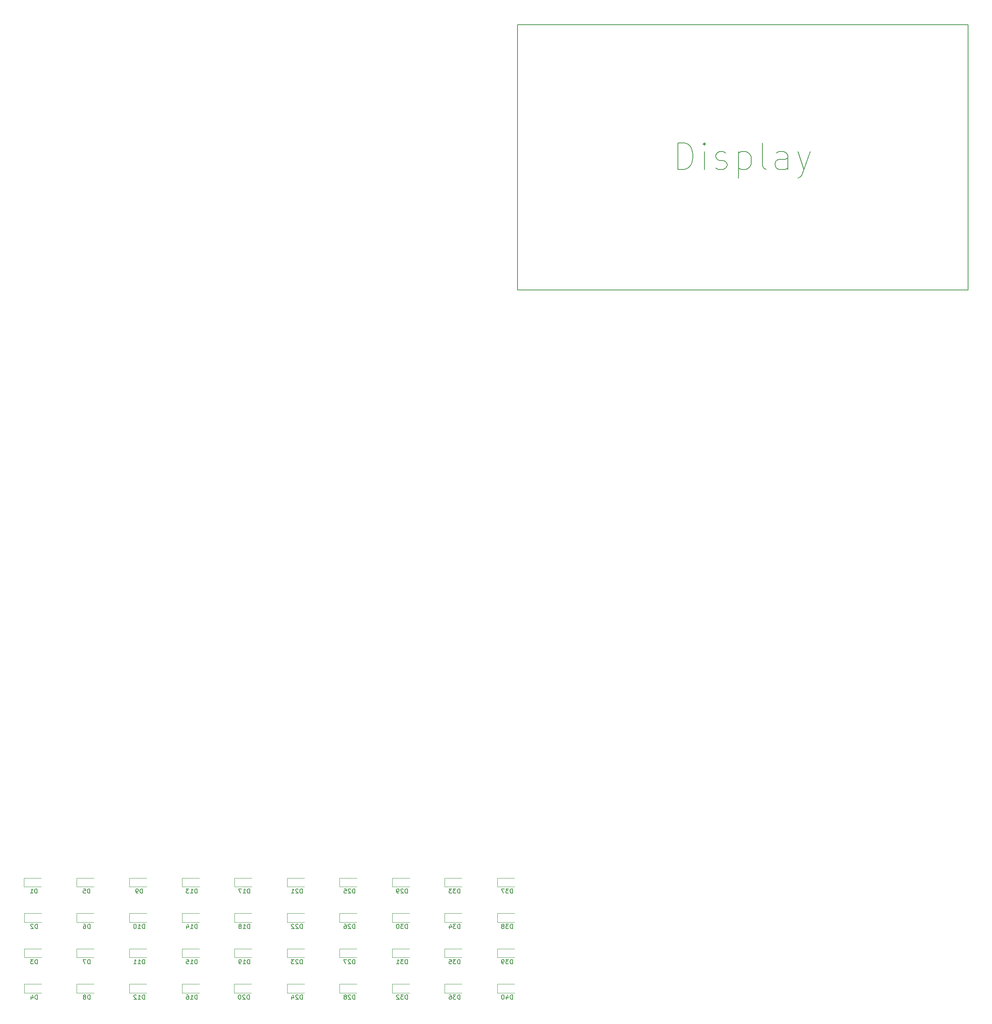
<source format=gbr>
%TF.GenerationSoftware,KiCad,Pcbnew,(6.0.4)*%
%TF.CreationDate,2022-09-18T16:29:30-05:00*%
%TF.ProjectId,Calculator_PCB,43616c63-756c-4617-946f-725f5043422e,rev?*%
%TF.SameCoordinates,Original*%
%TF.FileFunction,Legend,Bot*%
%TF.FilePolarity,Positive*%
%FSLAX46Y46*%
G04 Gerber Fmt 4.6, Leading zero omitted, Abs format (unit mm)*
G04 Created by KiCad (PCBNEW (6.0.4)) date 2022-09-18 16:29:30*
%MOMM*%
%LPD*%
G01*
G04 APERTURE LIST*
%ADD10C,0.150000*%
%ADD11C,0.120000*%
G04 APERTURE END LIST*
D10*
X301570000Y18080000D02*
X301570000Y78080000D01*
X199570000Y18080000D02*
X199570000Y78080000D01*
X199570000Y18080000D02*
X301570000Y18080000D01*
X199570000Y78080000D02*
X301570000Y78080000D01*
X235855714Y45365714D02*
X235855714Y51365714D01*
X237284285Y51365714D01*
X238141428Y51080000D01*
X238712857Y50508571D01*
X238998571Y49937142D01*
X239284285Y48794285D01*
X239284285Y47937142D01*
X238998571Y46794285D01*
X238712857Y46222857D01*
X238141428Y45651428D01*
X237284285Y45365714D01*
X235855714Y45365714D01*
X241855714Y45365714D02*
X241855714Y49365714D01*
X241855714Y51365714D02*
X241570000Y51080000D01*
X241855714Y50794285D01*
X242141428Y51080000D01*
X241855714Y51365714D01*
X241855714Y50794285D01*
X244427142Y45651428D02*
X244998571Y45365714D01*
X246141428Y45365714D01*
X246712857Y45651428D01*
X246998571Y46222857D01*
X246998571Y46508571D01*
X246712857Y47080000D01*
X246141428Y47365714D01*
X245284285Y47365714D01*
X244712857Y47651428D01*
X244427142Y48222857D01*
X244427142Y48508571D01*
X244712857Y49080000D01*
X245284285Y49365714D01*
X246141428Y49365714D01*
X246712857Y49080000D01*
X249570000Y49365714D02*
X249570000Y43365714D01*
X249570000Y49080000D02*
X250141428Y49365714D01*
X251284285Y49365714D01*
X251855714Y49080000D01*
X252141428Y48794285D01*
X252427142Y48222857D01*
X252427142Y46508571D01*
X252141428Y45937142D01*
X251855714Y45651428D01*
X251284285Y45365714D01*
X250141428Y45365714D01*
X249570000Y45651428D01*
X255855714Y45365714D02*
X255284285Y45651428D01*
X254998571Y46222857D01*
X254998571Y51365714D01*
X260712857Y45365714D02*
X260712857Y48508571D01*
X260427142Y49080000D01*
X259855714Y49365714D01*
X258712857Y49365714D01*
X258141428Y49080000D01*
X260712857Y45651428D02*
X260141428Y45365714D01*
X258712857Y45365714D01*
X258141428Y45651428D01*
X257855714Y46222857D01*
X257855714Y46794285D01*
X258141428Y47365714D01*
X258712857Y47651428D01*
X260141428Y47651428D01*
X260712857Y47937142D01*
X262998571Y49365714D02*
X264427142Y45365714D01*
X265855714Y49365714D02*
X264427142Y45365714D01*
X263855714Y43937142D01*
X263570000Y43651428D01*
X262998571Y43365714D01*
%TO.C,D26*%
X162714285Y-126455180D02*
X162714285Y-125455180D01*
X162476190Y-125455180D01*
X162333333Y-125502800D01*
X162238095Y-125598038D01*
X162190476Y-125693276D01*
X162142857Y-125883752D01*
X162142857Y-126026609D01*
X162190476Y-126217085D01*
X162238095Y-126312323D01*
X162333333Y-126407561D01*
X162476190Y-126455180D01*
X162714285Y-126455180D01*
X161761904Y-125550419D02*
X161714285Y-125502800D01*
X161619047Y-125455180D01*
X161380952Y-125455180D01*
X161285714Y-125502800D01*
X161238095Y-125550419D01*
X161190476Y-125645657D01*
X161190476Y-125740895D01*
X161238095Y-125883752D01*
X161809523Y-126455180D01*
X161190476Y-126455180D01*
X160333333Y-125455180D02*
X160523809Y-125455180D01*
X160619047Y-125502800D01*
X160666666Y-125550419D01*
X160761904Y-125693276D01*
X160809523Y-125883752D01*
X160809523Y-126264704D01*
X160761904Y-126359942D01*
X160714285Y-126407561D01*
X160619047Y-126455180D01*
X160428571Y-126455180D01*
X160333333Y-126407561D01*
X160285714Y-126359942D01*
X160238095Y-126264704D01*
X160238095Y-126026609D01*
X160285714Y-125931371D01*
X160333333Y-125883752D01*
X160428571Y-125836133D01*
X160619047Y-125836133D01*
X160714285Y-125883752D01*
X160761904Y-125931371D01*
X160809523Y-126026609D01*
%TO.C,D35*%
X186507285Y-134456180D02*
X186507285Y-133456180D01*
X186269190Y-133456180D01*
X186126333Y-133503800D01*
X186031095Y-133599038D01*
X185983476Y-133694276D01*
X185935857Y-133884752D01*
X185935857Y-134027609D01*
X185983476Y-134218085D01*
X186031095Y-134313323D01*
X186126333Y-134408561D01*
X186269190Y-134456180D01*
X186507285Y-134456180D01*
X185602523Y-133456180D02*
X184983476Y-133456180D01*
X185316809Y-133837133D01*
X185173952Y-133837133D01*
X185078714Y-133884752D01*
X185031095Y-133932371D01*
X184983476Y-134027609D01*
X184983476Y-134265704D01*
X185031095Y-134360942D01*
X185078714Y-134408561D01*
X185173952Y-134456180D01*
X185459666Y-134456180D01*
X185554904Y-134408561D01*
X185602523Y-134360942D01*
X184078714Y-133456180D02*
X184554904Y-133456180D01*
X184602523Y-133932371D01*
X184554904Y-133884752D01*
X184459666Y-133837133D01*
X184221571Y-133837133D01*
X184126333Y-133884752D01*
X184078714Y-133932371D01*
X184031095Y-134027609D01*
X184031095Y-134265704D01*
X184078714Y-134360942D01*
X184126333Y-134408561D01*
X184221571Y-134456180D01*
X184459666Y-134456180D01*
X184554904Y-134408561D01*
X184602523Y-134360942D01*
%TO.C,D21*%
X150814285Y-118454180D02*
X150814285Y-117454180D01*
X150576190Y-117454180D01*
X150433333Y-117501800D01*
X150338095Y-117597038D01*
X150290476Y-117692276D01*
X150242857Y-117882752D01*
X150242857Y-118025609D01*
X150290476Y-118216085D01*
X150338095Y-118311323D01*
X150433333Y-118406561D01*
X150576190Y-118454180D01*
X150814285Y-118454180D01*
X149861904Y-117549419D02*
X149814285Y-117501800D01*
X149719047Y-117454180D01*
X149480952Y-117454180D01*
X149385714Y-117501800D01*
X149338095Y-117549419D01*
X149290476Y-117644657D01*
X149290476Y-117739895D01*
X149338095Y-117882752D01*
X149909523Y-118454180D01*
X149290476Y-118454180D01*
X148338095Y-118454180D02*
X148909523Y-118454180D01*
X148623809Y-118454180D02*
X148623809Y-117454180D01*
X148719047Y-117597038D01*
X148814285Y-117692276D01*
X148909523Y-117739895D01*
%TO.C,D31*%
X174614285Y-134456180D02*
X174614285Y-133456180D01*
X174376190Y-133456180D01*
X174233333Y-133503800D01*
X174138095Y-133599038D01*
X174090476Y-133694276D01*
X174042857Y-133884752D01*
X174042857Y-134027609D01*
X174090476Y-134218085D01*
X174138095Y-134313323D01*
X174233333Y-134408561D01*
X174376190Y-134456180D01*
X174614285Y-134456180D01*
X173709523Y-133456180D02*
X173090476Y-133456180D01*
X173423809Y-133837133D01*
X173280952Y-133837133D01*
X173185714Y-133884752D01*
X173138095Y-133932371D01*
X173090476Y-134027609D01*
X173090476Y-134265704D01*
X173138095Y-134360942D01*
X173185714Y-134408561D01*
X173280952Y-134456180D01*
X173566666Y-134456180D01*
X173661904Y-134408561D01*
X173709523Y-134360942D01*
X172138095Y-134456180D02*
X172709523Y-134456180D01*
X172423809Y-134456180D02*
X172423809Y-133456180D01*
X172519047Y-133599038D01*
X172614285Y-133694276D01*
X172709523Y-133741895D01*
%TO.C,D40*%
X198414285Y-142457180D02*
X198414285Y-141457180D01*
X198176190Y-141457180D01*
X198033333Y-141504800D01*
X197938095Y-141600038D01*
X197890476Y-141695276D01*
X197842857Y-141885752D01*
X197842857Y-142028609D01*
X197890476Y-142219085D01*
X197938095Y-142314323D01*
X198033333Y-142409561D01*
X198176190Y-142457180D01*
X198414285Y-142457180D01*
X196985714Y-141790514D02*
X196985714Y-142457180D01*
X197223809Y-141409561D02*
X197461904Y-142123847D01*
X196842857Y-142123847D01*
X196271428Y-141457180D02*
X196176190Y-141457180D01*
X196080952Y-141504800D01*
X196033333Y-141552419D01*
X195985714Y-141647657D01*
X195938095Y-141838133D01*
X195938095Y-142076228D01*
X195985714Y-142266704D01*
X196033333Y-142361942D01*
X196080952Y-142409561D01*
X196176190Y-142457180D01*
X196271428Y-142457180D01*
X196366666Y-142409561D01*
X196414285Y-142361942D01*
X196461904Y-142266704D01*
X196509523Y-142076228D01*
X196509523Y-141838133D01*
X196461904Y-141647657D01*
X196414285Y-141552419D01*
X196366666Y-141504800D01*
X196271428Y-141457180D01*
%TO.C,D10*%
X115107885Y-126455180D02*
X115107885Y-125455180D01*
X114869790Y-125455180D01*
X114726933Y-125502800D01*
X114631695Y-125598038D01*
X114584076Y-125693276D01*
X114536457Y-125883752D01*
X114536457Y-126026609D01*
X114584076Y-126217085D01*
X114631695Y-126312323D01*
X114726933Y-126407561D01*
X114869790Y-126455180D01*
X115107885Y-126455180D01*
X113584076Y-126455180D02*
X114155504Y-126455180D01*
X113869790Y-126455180D02*
X113869790Y-125455180D01*
X113965028Y-125598038D01*
X114060266Y-125693276D01*
X114155504Y-125740895D01*
X112965028Y-125455180D02*
X112869790Y-125455180D01*
X112774552Y-125502800D01*
X112726933Y-125550419D01*
X112679314Y-125645657D01*
X112631695Y-125836133D01*
X112631695Y-126074228D01*
X112679314Y-126264704D01*
X112726933Y-126359942D01*
X112774552Y-126407561D01*
X112869790Y-126455180D01*
X112965028Y-126455180D01*
X113060266Y-126407561D01*
X113107885Y-126359942D01*
X113155504Y-126264704D01*
X113203123Y-126074228D01*
X113203123Y-125836133D01*
X113155504Y-125645657D01*
X113107885Y-125550419D01*
X113060266Y-125502800D01*
X112965028Y-125455180D01*
%TO.C,D8*%
X102738095Y-142457180D02*
X102738095Y-141457180D01*
X102500000Y-141457180D01*
X102357142Y-141504800D01*
X102261904Y-141600038D01*
X102214285Y-141695276D01*
X102166666Y-141885752D01*
X102166666Y-142028609D01*
X102214285Y-142219085D01*
X102261904Y-142314323D01*
X102357142Y-142409561D01*
X102500000Y-142457180D01*
X102738095Y-142457180D01*
X101595238Y-141885752D02*
X101690476Y-141838133D01*
X101738095Y-141790514D01*
X101785714Y-141695276D01*
X101785714Y-141647657D01*
X101738095Y-141552419D01*
X101690476Y-141504800D01*
X101595238Y-141457180D01*
X101404761Y-141457180D01*
X101309523Y-141504800D01*
X101261904Y-141552419D01*
X101214285Y-141647657D01*
X101214285Y-141695276D01*
X101261904Y-141790514D01*
X101309523Y-141838133D01*
X101404761Y-141885752D01*
X101595238Y-141885752D01*
X101690476Y-141933371D01*
X101738095Y-141980990D01*
X101785714Y-142076228D01*
X101785714Y-142266704D01*
X101738095Y-142361942D01*
X101690476Y-142409561D01*
X101595238Y-142457180D01*
X101404761Y-142457180D01*
X101309523Y-142409561D01*
X101261904Y-142361942D01*
X101214285Y-142266704D01*
X101214285Y-142076228D01*
X101261904Y-141980990D01*
X101309523Y-141933371D01*
X101404761Y-141885752D01*
%TO.C,D20*%
X138806085Y-142457180D02*
X138806085Y-141457180D01*
X138567990Y-141457180D01*
X138425133Y-141504800D01*
X138329895Y-141600038D01*
X138282276Y-141695276D01*
X138234657Y-141885752D01*
X138234657Y-142028609D01*
X138282276Y-142219085D01*
X138329895Y-142314323D01*
X138425133Y-142409561D01*
X138567990Y-142457180D01*
X138806085Y-142457180D01*
X137853704Y-141552419D02*
X137806085Y-141504800D01*
X137710847Y-141457180D01*
X137472752Y-141457180D01*
X137377514Y-141504800D01*
X137329895Y-141552419D01*
X137282276Y-141647657D01*
X137282276Y-141742895D01*
X137329895Y-141885752D01*
X137901323Y-142457180D01*
X137282276Y-142457180D01*
X136663228Y-141457180D02*
X136567990Y-141457180D01*
X136472752Y-141504800D01*
X136425133Y-141552419D01*
X136377514Y-141647657D01*
X136329895Y-141838133D01*
X136329895Y-142076228D01*
X136377514Y-142266704D01*
X136425133Y-142361942D01*
X136472752Y-142409561D01*
X136567990Y-142457180D01*
X136663228Y-142457180D01*
X136758466Y-142409561D01*
X136806085Y-142361942D01*
X136853704Y-142266704D01*
X136901323Y-142076228D01*
X136901323Y-141838133D01*
X136853704Y-141647657D01*
X136806085Y-141552419D01*
X136758466Y-141504800D01*
X136663228Y-141457180D01*
%TO.C,D30*%
X174614285Y-126455180D02*
X174614285Y-125455180D01*
X174376190Y-125455180D01*
X174233333Y-125502800D01*
X174138095Y-125598038D01*
X174090476Y-125693276D01*
X174042857Y-125883752D01*
X174042857Y-126026609D01*
X174090476Y-126217085D01*
X174138095Y-126312323D01*
X174233333Y-126407561D01*
X174376190Y-126455180D01*
X174614285Y-126455180D01*
X173709523Y-125455180D02*
X173090476Y-125455180D01*
X173423809Y-125836133D01*
X173280952Y-125836133D01*
X173185714Y-125883752D01*
X173138095Y-125931371D01*
X173090476Y-126026609D01*
X173090476Y-126264704D01*
X173138095Y-126359942D01*
X173185714Y-126407561D01*
X173280952Y-126455180D01*
X173566666Y-126455180D01*
X173661904Y-126407561D01*
X173709523Y-126359942D01*
X172471428Y-125455180D02*
X172376190Y-125455180D01*
X172280952Y-125502800D01*
X172233333Y-125550419D01*
X172185714Y-125645657D01*
X172138095Y-125836133D01*
X172138095Y-126074228D01*
X172185714Y-126264704D01*
X172233333Y-126359942D01*
X172280952Y-126407561D01*
X172376190Y-126455180D01*
X172471428Y-126455180D01*
X172566666Y-126407561D01*
X172614285Y-126359942D01*
X172661904Y-126264704D01*
X172709523Y-126074228D01*
X172709523Y-125836133D01*
X172661904Y-125645657D01*
X172614285Y-125550419D01*
X172566666Y-125502800D01*
X172471428Y-125455180D01*
%TO.C,D28*%
X162707485Y-142457180D02*
X162707485Y-141457180D01*
X162469390Y-141457180D01*
X162326533Y-141504800D01*
X162231295Y-141600038D01*
X162183676Y-141695276D01*
X162136057Y-141885752D01*
X162136057Y-142028609D01*
X162183676Y-142219085D01*
X162231295Y-142314323D01*
X162326533Y-142409561D01*
X162469390Y-142457180D01*
X162707485Y-142457180D01*
X161755104Y-141552419D02*
X161707485Y-141504800D01*
X161612247Y-141457180D01*
X161374152Y-141457180D01*
X161278914Y-141504800D01*
X161231295Y-141552419D01*
X161183676Y-141647657D01*
X161183676Y-141742895D01*
X161231295Y-141885752D01*
X161802723Y-142457180D01*
X161183676Y-142457180D01*
X160612247Y-141885752D02*
X160707485Y-141838133D01*
X160755104Y-141790514D01*
X160802723Y-141695276D01*
X160802723Y-141647657D01*
X160755104Y-141552419D01*
X160707485Y-141504800D01*
X160612247Y-141457180D01*
X160421771Y-141457180D01*
X160326533Y-141504800D01*
X160278914Y-141552419D01*
X160231295Y-141647657D01*
X160231295Y-141695276D01*
X160278914Y-141790514D01*
X160326533Y-141838133D01*
X160421771Y-141885752D01*
X160612247Y-141885752D01*
X160707485Y-141933371D01*
X160755104Y-141980990D01*
X160802723Y-142076228D01*
X160802723Y-142266704D01*
X160755104Y-142361942D01*
X160707485Y-142409561D01*
X160612247Y-142457180D01*
X160421771Y-142457180D01*
X160326533Y-142409561D01*
X160278914Y-142361942D01*
X160231295Y-142266704D01*
X160231295Y-142076228D01*
X160278914Y-141980990D01*
X160326533Y-141933371D01*
X160421771Y-141885752D01*
%TO.C,D13*%
X127014285Y-118454180D02*
X127014285Y-117454180D01*
X126776190Y-117454180D01*
X126633333Y-117501800D01*
X126538095Y-117597038D01*
X126490476Y-117692276D01*
X126442857Y-117882752D01*
X126442857Y-118025609D01*
X126490476Y-118216085D01*
X126538095Y-118311323D01*
X126633333Y-118406561D01*
X126776190Y-118454180D01*
X127014285Y-118454180D01*
X125490476Y-118454180D02*
X126061904Y-118454180D01*
X125776190Y-118454180D02*
X125776190Y-117454180D01*
X125871428Y-117597038D01*
X125966666Y-117692276D01*
X126061904Y-117739895D01*
X125157142Y-117454180D02*
X124538095Y-117454180D01*
X124871428Y-117835133D01*
X124728571Y-117835133D01*
X124633333Y-117882752D01*
X124585714Y-117930371D01*
X124538095Y-118025609D01*
X124538095Y-118263704D01*
X124585714Y-118358942D01*
X124633333Y-118406561D01*
X124728571Y-118454180D01*
X125014285Y-118454180D01*
X125109523Y-118406561D01*
X125157142Y-118358942D01*
%TO.C,D3*%
X90838095Y-134456180D02*
X90838095Y-133456180D01*
X90600000Y-133456180D01*
X90457142Y-133503800D01*
X90361904Y-133599038D01*
X90314285Y-133694276D01*
X90266666Y-133884752D01*
X90266666Y-134027609D01*
X90314285Y-134218085D01*
X90361904Y-134313323D01*
X90457142Y-134408561D01*
X90600000Y-134456180D01*
X90838095Y-134456180D01*
X89933333Y-133456180D02*
X89314285Y-133456180D01*
X89647619Y-133837133D01*
X89504761Y-133837133D01*
X89409523Y-133884752D01*
X89361904Y-133932371D01*
X89314285Y-134027609D01*
X89314285Y-134265704D01*
X89361904Y-134360942D01*
X89409523Y-134408561D01*
X89504761Y-134456180D01*
X89790476Y-134456180D01*
X89885714Y-134408561D01*
X89933333Y-134360942D01*
%TO.C,D33*%
X186507285Y-118454180D02*
X186507285Y-117454180D01*
X186269190Y-117454180D01*
X186126333Y-117501800D01*
X186031095Y-117597038D01*
X185983476Y-117692276D01*
X185935857Y-117882752D01*
X185935857Y-118025609D01*
X185983476Y-118216085D01*
X186031095Y-118311323D01*
X186126333Y-118406561D01*
X186269190Y-118454180D01*
X186507285Y-118454180D01*
X185602523Y-117454180D02*
X184983476Y-117454180D01*
X185316809Y-117835133D01*
X185173952Y-117835133D01*
X185078714Y-117882752D01*
X185031095Y-117930371D01*
X184983476Y-118025609D01*
X184983476Y-118263704D01*
X185031095Y-118358942D01*
X185078714Y-118406561D01*
X185173952Y-118454180D01*
X185459666Y-118454180D01*
X185554904Y-118406561D01*
X185602523Y-118358942D01*
X184650142Y-117454180D02*
X184031095Y-117454180D01*
X184364428Y-117835133D01*
X184221571Y-117835133D01*
X184126333Y-117882752D01*
X184078714Y-117930371D01*
X184031095Y-118025609D01*
X184031095Y-118263704D01*
X184078714Y-118358942D01*
X184126333Y-118406561D01*
X184221571Y-118454180D01*
X184507285Y-118454180D01*
X184602523Y-118406561D01*
X184650142Y-118358942D01*
%TO.C,D4*%
X90831895Y-142457180D02*
X90831895Y-141457180D01*
X90593800Y-141457180D01*
X90450942Y-141504800D01*
X90355704Y-141600038D01*
X90308085Y-141695276D01*
X90260466Y-141885752D01*
X90260466Y-142028609D01*
X90308085Y-142219085D01*
X90355704Y-142314323D01*
X90450942Y-142409561D01*
X90593800Y-142457180D01*
X90831895Y-142457180D01*
X89403323Y-141790514D02*
X89403323Y-142457180D01*
X89641419Y-141409561D02*
X89879514Y-142123847D01*
X89260466Y-142123847D01*
%TO.C,D2*%
X90838095Y-126455180D02*
X90838095Y-125455180D01*
X90600000Y-125455180D01*
X90457142Y-125502800D01*
X90361904Y-125598038D01*
X90314285Y-125693276D01*
X90266666Y-125883752D01*
X90266666Y-126026609D01*
X90314285Y-126217085D01*
X90361904Y-126312323D01*
X90457142Y-126407561D01*
X90600000Y-126455180D01*
X90838095Y-126455180D01*
X89885714Y-125550419D02*
X89838095Y-125502800D01*
X89742857Y-125455180D01*
X89504761Y-125455180D01*
X89409523Y-125502800D01*
X89361904Y-125550419D01*
X89314285Y-125645657D01*
X89314285Y-125740895D01*
X89361904Y-125883752D01*
X89933333Y-126455180D01*
X89314285Y-126455180D01*
%TO.C,D25*%
X162714285Y-118454180D02*
X162714285Y-117454180D01*
X162476190Y-117454180D01*
X162333333Y-117501800D01*
X162238095Y-117597038D01*
X162190476Y-117692276D01*
X162142857Y-117882752D01*
X162142857Y-118025609D01*
X162190476Y-118216085D01*
X162238095Y-118311323D01*
X162333333Y-118406561D01*
X162476190Y-118454180D01*
X162714285Y-118454180D01*
X161761904Y-117549419D02*
X161714285Y-117501800D01*
X161619047Y-117454180D01*
X161380952Y-117454180D01*
X161285714Y-117501800D01*
X161238095Y-117549419D01*
X161190476Y-117644657D01*
X161190476Y-117739895D01*
X161238095Y-117882752D01*
X161809523Y-118454180D01*
X161190476Y-118454180D01*
X160285714Y-117454180D02*
X160761904Y-117454180D01*
X160809523Y-117930371D01*
X160761904Y-117882752D01*
X160666666Y-117835133D01*
X160428571Y-117835133D01*
X160333333Y-117882752D01*
X160285714Y-117930371D01*
X160238095Y-118025609D01*
X160238095Y-118263704D01*
X160285714Y-118358942D01*
X160333333Y-118406561D01*
X160428571Y-118454180D01*
X160666666Y-118454180D01*
X160761904Y-118406561D01*
X160809523Y-118358942D01*
%TO.C,D39*%
X198414285Y-134456180D02*
X198414285Y-133456180D01*
X198176190Y-133456180D01*
X198033333Y-133503800D01*
X197938095Y-133599038D01*
X197890476Y-133694276D01*
X197842857Y-133884752D01*
X197842857Y-134027609D01*
X197890476Y-134218085D01*
X197938095Y-134313323D01*
X198033333Y-134408561D01*
X198176190Y-134456180D01*
X198414285Y-134456180D01*
X197509523Y-133456180D02*
X196890476Y-133456180D01*
X197223809Y-133837133D01*
X197080952Y-133837133D01*
X196985714Y-133884752D01*
X196938095Y-133932371D01*
X196890476Y-134027609D01*
X196890476Y-134265704D01*
X196938095Y-134360942D01*
X196985714Y-134408561D01*
X197080952Y-134456180D01*
X197366666Y-134456180D01*
X197461904Y-134408561D01*
X197509523Y-134360942D01*
X196414285Y-134456180D02*
X196223809Y-134456180D01*
X196128571Y-134408561D01*
X196080952Y-134360942D01*
X195985714Y-134218085D01*
X195938095Y-134027609D01*
X195938095Y-133646657D01*
X195985714Y-133551419D01*
X196033333Y-133503800D01*
X196128571Y-133456180D01*
X196319047Y-133456180D01*
X196414285Y-133503800D01*
X196461904Y-133551419D01*
X196509523Y-133646657D01*
X196509523Y-133884752D01*
X196461904Y-133979990D01*
X196414285Y-134027609D01*
X196319047Y-134075228D01*
X196128571Y-134075228D01*
X196033333Y-134027609D01*
X195985714Y-133979990D01*
X195938095Y-133884752D01*
%TO.C,D36*%
X186514285Y-142457180D02*
X186514285Y-141457180D01*
X186276190Y-141457180D01*
X186133333Y-141504800D01*
X186038095Y-141600038D01*
X185990476Y-141695276D01*
X185942857Y-141885752D01*
X185942857Y-142028609D01*
X185990476Y-142219085D01*
X186038095Y-142314323D01*
X186133333Y-142409561D01*
X186276190Y-142457180D01*
X186514285Y-142457180D01*
X185609523Y-141457180D02*
X184990476Y-141457180D01*
X185323809Y-141838133D01*
X185180952Y-141838133D01*
X185085714Y-141885752D01*
X185038095Y-141933371D01*
X184990476Y-142028609D01*
X184990476Y-142266704D01*
X185038095Y-142361942D01*
X185085714Y-142409561D01*
X185180952Y-142457180D01*
X185466666Y-142457180D01*
X185561904Y-142409561D01*
X185609523Y-142361942D01*
X184133333Y-141457180D02*
X184323809Y-141457180D01*
X184419047Y-141504800D01*
X184466666Y-141552419D01*
X184561904Y-141695276D01*
X184609523Y-141885752D01*
X184609523Y-142266704D01*
X184561904Y-142361942D01*
X184514285Y-142409561D01*
X184419047Y-142457180D01*
X184228571Y-142457180D01*
X184133333Y-142409561D01*
X184085714Y-142361942D01*
X184038095Y-142266704D01*
X184038095Y-142028609D01*
X184085714Y-141933371D01*
X184133333Y-141885752D01*
X184228571Y-141838133D01*
X184419047Y-141838133D01*
X184514285Y-141885752D01*
X184561904Y-141933371D01*
X184609523Y-142028609D01*
%TO.C,D37*%
X198414285Y-118454180D02*
X198414285Y-117454180D01*
X198176190Y-117454180D01*
X198033333Y-117501800D01*
X197938095Y-117597038D01*
X197890476Y-117692276D01*
X197842857Y-117882752D01*
X197842857Y-118025609D01*
X197890476Y-118216085D01*
X197938095Y-118311323D01*
X198033333Y-118406561D01*
X198176190Y-118454180D01*
X198414285Y-118454180D01*
X197509523Y-117454180D02*
X196890476Y-117454180D01*
X197223809Y-117835133D01*
X197080952Y-117835133D01*
X196985714Y-117882752D01*
X196938095Y-117930371D01*
X196890476Y-118025609D01*
X196890476Y-118263704D01*
X196938095Y-118358942D01*
X196985714Y-118406561D01*
X197080952Y-118454180D01*
X197366666Y-118454180D01*
X197461904Y-118406561D01*
X197509523Y-118358942D01*
X196557142Y-117454180D02*
X195890476Y-117454180D01*
X196319047Y-118454180D01*
%TO.C,D19*%
X138914285Y-134456180D02*
X138914285Y-133456180D01*
X138676190Y-133456180D01*
X138533333Y-133503800D01*
X138438095Y-133599038D01*
X138390476Y-133694276D01*
X138342857Y-133884752D01*
X138342857Y-134027609D01*
X138390476Y-134218085D01*
X138438095Y-134313323D01*
X138533333Y-134408561D01*
X138676190Y-134456180D01*
X138914285Y-134456180D01*
X137390476Y-134456180D02*
X137961904Y-134456180D01*
X137676190Y-134456180D02*
X137676190Y-133456180D01*
X137771428Y-133599038D01*
X137866666Y-133694276D01*
X137961904Y-133741895D01*
X136914285Y-134456180D02*
X136723809Y-134456180D01*
X136628571Y-134408561D01*
X136580952Y-134360942D01*
X136485714Y-134218085D01*
X136438095Y-134027609D01*
X136438095Y-133646657D01*
X136485714Y-133551419D01*
X136533333Y-133503800D01*
X136628571Y-133456180D01*
X136819047Y-133456180D01*
X136914285Y-133503800D01*
X136961904Y-133551419D01*
X137009523Y-133646657D01*
X137009523Y-133884752D01*
X136961904Y-133979990D01*
X136914285Y-134027609D01*
X136819047Y-134075228D01*
X136628571Y-134075228D01*
X136533333Y-134027609D01*
X136485714Y-133979990D01*
X136438095Y-133884752D01*
%TO.C,D6*%
X102738095Y-126455180D02*
X102738095Y-125455180D01*
X102500000Y-125455180D01*
X102357142Y-125502800D01*
X102261904Y-125598038D01*
X102214285Y-125693276D01*
X102166666Y-125883752D01*
X102166666Y-126026609D01*
X102214285Y-126217085D01*
X102261904Y-126312323D01*
X102357142Y-126407561D01*
X102500000Y-126455180D01*
X102738095Y-126455180D01*
X101309523Y-125455180D02*
X101500000Y-125455180D01*
X101595238Y-125502800D01*
X101642857Y-125550419D01*
X101738095Y-125693276D01*
X101785714Y-125883752D01*
X101785714Y-126264704D01*
X101738095Y-126359942D01*
X101690476Y-126407561D01*
X101595238Y-126455180D01*
X101404761Y-126455180D01*
X101309523Y-126407561D01*
X101261904Y-126359942D01*
X101214285Y-126264704D01*
X101214285Y-126026609D01*
X101261904Y-125931371D01*
X101309523Y-125883752D01*
X101404761Y-125836133D01*
X101595238Y-125836133D01*
X101690476Y-125883752D01*
X101738095Y-125931371D01*
X101785714Y-126026609D01*
%TO.C,D27*%
X162714285Y-134456180D02*
X162714285Y-133456180D01*
X162476190Y-133456180D01*
X162333333Y-133503800D01*
X162238095Y-133599038D01*
X162190476Y-133694276D01*
X162142857Y-133884752D01*
X162142857Y-134027609D01*
X162190476Y-134218085D01*
X162238095Y-134313323D01*
X162333333Y-134408561D01*
X162476190Y-134456180D01*
X162714285Y-134456180D01*
X161761904Y-133551419D02*
X161714285Y-133503800D01*
X161619047Y-133456180D01*
X161380952Y-133456180D01*
X161285714Y-133503800D01*
X161238095Y-133551419D01*
X161190476Y-133646657D01*
X161190476Y-133741895D01*
X161238095Y-133884752D01*
X161809523Y-134456180D01*
X161190476Y-134456180D01*
X160857142Y-133456180D02*
X160190476Y-133456180D01*
X160619047Y-134456180D01*
%TO.C,D17*%
X138907685Y-118454180D02*
X138907685Y-117454180D01*
X138669590Y-117454180D01*
X138526733Y-117501800D01*
X138431495Y-117597038D01*
X138383876Y-117692276D01*
X138336257Y-117882752D01*
X138336257Y-118025609D01*
X138383876Y-118216085D01*
X138431495Y-118311323D01*
X138526733Y-118406561D01*
X138669590Y-118454180D01*
X138907685Y-118454180D01*
X137383876Y-118454180D02*
X137955304Y-118454180D01*
X137669590Y-118454180D02*
X137669590Y-117454180D01*
X137764828Y-117597038D01*
X137860066Y-117692276D01*
X137955304Y-117739895D01*
X137050542Y-117454180D02*
X136383876Y-117454180D01*
X136812447Y-118454180D01*
%TO.C,D15*%
X127014285Y-134456180D02*
X127014285Y-133456180D01*
X126776190Y-133456180D01*
X126633333Y-133503800D01*
X126538095Y-133599038D01*
X126490476Y-133694276D01*
X126442857Y-133884752D01*
X126442857Y-134027609D01*
X126490476Y-134218085D01*
X126538095Y-134313323D01*
X126633333Y-134408561D01*
X126776190Y-134456180D01*
X127014285Y-134456180D01*
X125490476Y-134456180D02*
X126061904Y-134456180D01*
X125776190Y-134456180D02*
X125776190Y-133456180D01*
X125871428Y-133599038D01*
X125966666Y-133694276D01*
X126061904Y-133741895D01*
X124585714Y-133456180D02*
X125061904Y-133456180D01*
X125109523Y-133932371D01*
X125061904Y-133884752D01*
X124966666Y-133837133D01*
X124728571Y-133837133D01*
X124633333Y-133884752D01*
X124585714Y-133932371D01*
X124538095Y-134027609D01*
X124538095Y-134265704D01*
X124585714Y-134360942D01*
X124633333Y-134408561D01*
X124728571Y-134456180D01*
X124966666Y-134456180D01*
X125061904Y-134408561D01*
X125109523Y-134360942D01*
%TO.C,D23*%
X150814285Y-134456180D02*
X150814285Y-133456180D01*
X150576190Y-133456180D01*
X150433333Y-133503800D01*
X150338095Y-133599038D01*
X150290476Y-133694276D01*
X150242857Y-133884752D01*
X150242857Y-134027609D01*
X150290476Y-134218085D01*
X150338095Y-134313323D01*
X150433333Y-134408561D01*
X150576190Y-134456180D01*
X150814285Y-134456180D01*
X149861904Y-133551419D02*
X149814285Y-133503800D01*
X149719047Y-133456180D01*
X149480952Y-133456180D01*
X149385714Y-133503800D01*
X149338095Y-133551419D01*
X149290476Y-133646657D01*
X149290476Y-133741895D01*
X149338095Y-133884752D01*
X149909523Y-134456180D01*
X149290476Y-134456180D01*
X148957142Y-133456180D02*
X148338095Y-133456180D01*
X148671428Y-133837133D01*
X148528571Y-133837133D01*
X148433333Y-133884752D01*
X148385714Y-133932371D01*
X148338095Y-134027609D01*
X148338095Y-134265704D01*
X148385714Y-134360942D01*
X148433333Y-134408561D01*
X148528571Y-134456180D01*
X148814285Y-134456180D01*
X148909523Y-134408561D01*
X148957142Y-134360942D01*
%TO.C,D5*%
X102719095Y-118454180D02*
X102719095Y-117454180D01*
X102481000Y-117454180D01*
X102338142Y-117501800D01*
X102242904Y-117597038D01*
X102195285Y-117692276D01*
X102147666Y-117882752D01*
X102147666Y-118025609D01*
X102195285Y-118216085D01*
X102242904Y-118311323D01*
X102338142Y-118406561D01*
X102481000Y-118454180D01*
X102719095Y-118454180D01*
X101242904Y-117454180D02*
X101719095Y-117454180D01*
X101766714Y-117930371D01*
X101719095Y-117882752D01*
X101623857Y-117835133D01*
X101385761Y-117835133D01*
X101290523Y-117882752D01*
X101242904Y-117930371D01*
X101195285Y-118025609D01*
X101195285Y-118263704D01*
X101242904Y-118358942D01*
X101290523Y-118406561D01*
X101385761Y-118454180D01*
X101623857Y-118454180D01*
X101719095Y-118406561D01*
X101766714Y-118358942D01*
%TO.C,D32*%
X174614285Y-142457180D02*
X174614285Y-141457180D01*
X174376190Y-141457180D01*
X174233333Y-141504800D01*
X174138095Y-141600038D01*
X174090476Y-141695276D01*
X174042857Y-141885752D01*
X174042857Y-142028609D01*
X174090476Y-142219085D01*
X174138095Y-142314323D01*
X174233333Y-142409561D01*
X174376190Y-142457180D01*
X174614285Y-142457180D01*
X173709523Y-141457180D02*
X173090476Y-141457180D01*
X173423809Y-141838133D01*
X173280952Y-141838133D01*
X173185714Y-141885752D01*
X173138095Y-141933371D01*
X173090476Y-142028609D01*
X173090476Y-142266704D01*
X173138095Y-142361942D01*
X173185714Y-142409561D01*
X173280952Y-142457180D01*
X173566666Y-142457180D01*
X173661904Y-142409561D01*
X173709523Y-142361942D01*
X172709523Y-141552419D02*
X172661904Y-141504800D01*
X172566666Y-141457180D01*
X172328571Y-141457180D01*
X172233333Y-141504800D01*
X172185714Y-141552419D01*
X172138095Y-141647657D01*
X172138095Y-141742895D01*
X172185714Y-141885752D01*
X172757142Y-142457180D01*
X172138095Y-142457180D01*
%TO.C,D11*%
X115107885Y-134456180D02*
X115107885Y-133456180D01*
X114869790Y-133456180D01*
X114726933Y-133503800D01*
X114631695Y-133599038D01*
X114584076Y-133694276D01*
X114536457Y-133884752D01*
X114536457Y-134027609D01*
X114584076Y-134218085D01*
X114631695Y-134313323D01*
X114726933Y-134408561D01*
X114869790Y-134456180D01*
X115107885Y-134456180D01*
X113584076Y-134456180D02*
X114155504Y-134456180D01*
X113869790Y-134456180D02*
X113869790Y-133456180D01*
X113965028Y-133599038D01*
X114060266Y-133694276D01*
X114155504Y-133741895D01*
X112631695Y-134456180D02*
X113203123Y-134456180D01*
X112917409Y-134456180D02*
X112917409Y-133456180D01*
X113012647Y-133599038D01*
X113107885Y-133694276D01*
X113203123Y-133741895D01*
%TO.C,D24*%
X150814285Y-142457180D02*
X150814285Y-141457180D01*
X150576190Y-141457180D01*
X150433333Y-141504800D01*
X150338095Y-141600038D01*
X150290476Y-141695276D01*
X150242857Y-141885752D01*
X150242857Y-142028609D01*
X150290476Y-142219085D01*
X150338095Y-142314323D01*
X150433333Y-142409561D01*
X150576190Y-142457180D01*
X150814285Y-142457180D01*
X149861904Y-141552419D02*
X149814285Y-141504800D01*
X149719047Y-141457180D01*
X149480952Y-141457180D01*
X149385714Y-141504800D01*
X149338095Y-141552419D01*
X149290476Y-141647657D01*
X149290476Y-141742895D01*
X149338095Y-141885752D01*
X149909523Y-142457180D01*
X149290476Y-142457180D01*
X148433333Y-141790514D02*
X148433333Y-142457180D01*
X148671428Y-141409561D02*
X148909523Y-142123847D01*
X148290476Y-142123847D01*
%TO.C,D29*%
X174614285Y-118454180D02*
X174614285Y-117454180D01*
X174376190Y-117454180D01*
X174233333Y-117501800D01*
X174138095Y-117597038D01*
X174090476Y-117692276D01*
X174042857Y-117882752D01*
X174042857Y-118025609D01*
X174090476Y-118216085D01*
X174138095Y-118311323D01*
X174233333Y-118406561D01*
X174376190Y-118454180D01*
X174614285Y-118454180D01*
X173661904Y-117549419D02*
X173614285Y-117501800D01*
X173519047Y-117454180D01*
X173280952Y-117454180D01*
X173185714Y-117501800D01*
X173138095Y-117549419D01*
X173090476Y-117644657D01*
X173090476Y-117739895D01*
X173138095Y-117882752D01*
X173709523Y-118454180D01*
X173090476Y-118454180D01*
X172614285Y-118454180D02*
X172423809Y-118454180D01*
X172328571Y-118406561D01*
X172280952Y-118358942D01*
X172185714Y-118216085D01*
X172138095Y-118025609D01*
X172138095Y-117644657D01*
X172185714Y-117549419D01*
X172233333Y-117501800D01*
X172328571Y-117454180D01*
X172519047Y-117454180D01*
X172614285Y-117501800D01*
X172661904Y-117549419D01*
X172709523Y-117644657D01*
X172709523Y-117882752D01*
X172661904Y-117977990D01*
X172614285Y-118025609D01*
X172519047Y-118073228D01*
X172328571Y-118073228D01*
X172233333Y-118025609D01*
X172185714Y-117977990D01*
X172138095Y-117882752D01*
%TO.C,D1*%
X90755695Y-118454180D02*
X90755695Y-117454180D01*
X90517600Y-117454180D01*
X90374742Y-117501800D01*
X90279504Y-117597038D01*
X90231885Y-117692276D01*
X90184266Y-117882752D01*
X90184266Y-118025609D01*
X90231885Y-118216085D01*
X90279504Y-118311323D01*
X90374742Y-118406561D01*
X90517600Y-118454180D01*
X90755695Y-118454180D01*
X89231885Y-118454180D02*
X89803314Y-118454180D01*
X89517600Y-118454180D02*
X89517600Y-117454180D01*
X89612838Y-117597038D01*
X89708076Y-117692276D01*
X89803314Y-117739895D01*
%TO.C,D14*%
X127014285Y-126455180D02*
X127014285Y-125455180D01*
X126776190Y-125455180D01*
X126633333Y-125502800D01*
X126538095Y-125598038D01*
X126490476Y-125693276D01*
X126442857Y-125883752D01*
X126442857Y-126026609D01*
X126490476Y-126217085D01*
X126538095Y-126312323D01*
X126633333Y-126407561D01*
X126776190Y-126455180D01*
X127014285Y-126455180D01*
X125490476Y-126455180D02*
X126061904Y-126455180D01*
X125776190Y-126455180D02*
X125776190Y-125455180D01*
X125871428Y-125598038D01*
X125966666Y-125693276D01*
X126061904Y-125740895D01*
X124633333Y-125788514D02*
X124633333Y-126455180D01*
X124871428Y-125407561D02*
X125109523Y-126121847D01*
X124490476Y-126121847D01*
%TO.C,D34*%
X186507285Y-126455180D02*
X186507285Y-125455180D01*
X186269190Y-125455180D01*
X186126333Y-125502800D01*
X186031095Y-125598038D01*
X185983476Y-125693276D01*
X185935857Y-125883752D01*
X185935857Y-126026609D01*
X185983476Y-126217085D01*
X186031095Y-126312323D01*
X186126333Y-126407561D01*
X186269190Y-126455180D01*
X186507285Y-126455180D01*
X185602523Y-125455180D02*
X184983476Y-125455180D01*
X185316809Y-125836133D01*
X185173952Y-125836133D01*
X185078714Y-125883752D01*
X185031095Y-125931371D01*
X184983476Y-126026609D01*
X184983476Y-126264704D01*
X185031095Y-126359942D01*
X185078714Y-126407561D01*
X185173952Y-126455180D01*
X185459666Y-126455180D01*
X185554904Y-126407561D01*
X185602523Y-126359942D01*
X184126333Y-125788514D02*
X184126333Y-126455180D01*
X184364428Y-125407561D02*
X184602523Y-126121847D01*
X183983476Y-126121847D01*
%TO.C,D38*%
X198414285Y-126455180D02*
X198414285Y-125455180D01*
X198176190Y-125455180D01*
X198033333Y-125502800D01*
X197938095Y-125598038D01*
X197890476Y-125693276D01*
X197842857Y-125883752D01*
X197842857Y-126026609D01*
X197890476Y-126217085D01*
X197938095Y-126312323D01*
X198033333Y-126407561D01*
X198176190Y-126455180D01*
X198414285Y-126455180D01*
X197509523Y-125455180D02*
X196890476Y-125455180D01*
X197223809Y-125836133D01*
X197080952Y-125836133D01*
X196985714Y-125883752D01*
X196938095Y-125931371D01*
X196890476Y-126026609D01*
X196890476Y-126264704D01*
X196938095Y-126359942D01*
X196985714Y-126407561D01*
X197080952Y-126455180D01*
X197366666Y-126455180D01*
X197461904Y-126407561D01*
X197509523Y-126359942D01*
X196319047Y-125883752D02*
X196414285Y-125836133D01*
X196461904Y-125788514D01*
X196509523Y-125693276D01*
X196509523Y-125645657D01*
X196461904Y-125550419D01*
X196414285Y-125502800D01*
X196319047Y-125455180D01*
X196128571Y-125455180D01*
X196033333Y-125502800D01*
X195985714Y-125550419D01*
X195938095Y-125645657D01*
X195938095Y-125693276D01*
X195985714Y-125788514D01*
X196033333Y-125836133D01*
X196128571Y-125883752D01*
X196319047Y-125883752D01*
X196414285Y-125931371D01*
X196461904Y-125978990D01*
X196509523Y-126074228D01*
X196509523Y-126264704D01*
X196461904Y-126359942D01*
X196414285Y-126407561D01*
X196319047Y-126455180D01*
X196128571Y-126455180D01*
X196033333Y-126407561D01*
X195985714Y-126359942D01*
X195938095Y-126264704D01*
X195938095Y-126074228D01*
X195985714Y-125978990D01*
X196033333Y-125931371D01*
X196128571Y-125883752D01*
%TO.C,D18*%
X138914285Y-126455180D02*
X138914285Y-125455180D01*
X138676190Y-125455180D01*
X138533333Y-125502800D01*
X138438095Y-125598038D01*
X138390476Y-125693276D01*
X138342857Y-125883752D01*
X138342857Y-126026609D01*
X138390476Y-126217085D01*
X138438095Y-126312323D01*
X138533333Y-126407561D01*
X138676190Y-126455180D01*
X138914285Y-126455180D01*
X137390476Y-126455180D02*
X137961904Y-126455180D01*
X137676190Y-126455180D02*
X137676190Y-125455180D01*
X137771428Y-125598038D01*
X137866666Y-125693276D01*
X137961904Y-125740895D01*
X136819047Y-125883752D02*
X136914285Y-125836133D01*
X136961904Y-125788514D01*
X137009523Y-125693276D01*
X137009523Y-125645657D01*
X136961904Y-125550419D01*
X136914285Y-125502800D01*
X136819047Y-125455180D01*
X136628571Y-125455180D01*
X136533333Y-125502800D01*
X136485714Y-125550419D01*
X136438095Y-125645657D01*
X136438095Y-125693276D01*
X136485714Y-125788514D01*
X136533333Y-125836133D01*
X136628571Y-125883752D01*
X136819047Y-125883752D01*
X136914285Y-125931371D01*
X136961904Y-125978990D01*
X137009523Y-126074228D01*
X137009523Y-126264704D01*
X136961904Y-126359942D01*
X136914285Y-126407561D01*
X136819047Y-126455180D01*
X136628571Y-126455180D01*
X136533333Y-126407561D01*
X136485714Y-126359942D01*
X136438095Y-126264704D01*
X136438095Y-126074228D01*
X136485714Y-125978990D01*
X136533333Y-125931371D01*
X136628571Y-125883752D01*
%TO.C,D22*%
X150814285Y-126455180D02*
X150814285Y-125455180D01*
X150576190Y-125455180D01*
X150433333Y-125502800D01*
X150338095Y-125598038D01*
X150290476Y-125693276D01*
X150242857Y-125883752D01*
X150242857Y-126026609D01*
X150290476Y-126217085D01*
X150338095Y-126312323D01*
X150433333Y-126407561D01*
X150576190Y-126455180D01*
X150814285Y-126455180D01*
X149861904Y-125550419D02*
X149814285Y-125502800D01*
X149719047Y-125455180D01*
X149480952Y-125455180D01*
X149385714Y-125502800D01*
X149338095Y-125550419D01*
X149290476Y-125645657D01*
X149290476Y-125740895D01*
X149338095Y-125883752D01*
X149909523Y-126455180D01*
X149290476Y-126455180D01*
X148909523Y-125550419D02*
X148861904Y-125502800D01*
X148766666Y-125455180D01*
X148528571Y-125455180D01*
X148433333Y-125502800D01*
X148385714Y-125550419D01*
X148338095Y-125645657D01*
X148338095Y-125740895D01*
X148385714Y-125883752D01*
X148957142Y-126455180D01*
X148338095Y-126455180D01*
%TO.C,D12*%
X115107885Y-142457180D02*
X115107885Y-141457180D01*
X114869790Y-141457180D01*
X114726933Y-141504800D01*
X114631695Y-141600038D01*
X114584076Y-141695276D01*
X114536457Y-141885752D01*
X114536457Y-142028609D01*
X114584076Y-142219085D01*
X114631695Y-142314323D01*
X114726933Y-142409561D01*
X114869790Y-142457180D01*
X115107885Y-142457180D01*
X113584076Y-142457180D02*
X114155504Y-142457180D01*
X113869790Y-142457180D02*
X113869790Y-141457180D01*
X113965028Y-141600038D01*
X114060266Y-141695276D01*
X114155504Y-141742895D01*
X113203123Y-141552419D02*
X113155504Y-141504800D01*
X113060266Y-141457180D01*
X112822171Y-141457180D01*
X112726933Y-141504800D01*
X112679314Y-141552419D01*
X112631695Y-141647657D01*
X112631695Y-141742895D01*
X112679314Y-141885752D01*
X113250742Y-142457180D01*
X112631695Y-142457180D01*
%TO.C,D7*%
X102738095Y-134456180D02*
X102738095Y-133456180D01*
X102500000Y-133456180D01*
X102357142Y-133503800D01*
X102261904Y-133599038D01*
X102214285Y-133694276D01*
X102166666Y-133884752D01*
X102166666Y-134027609D01*
X102214285Y-134218085D01*
X102261904Y-134313323D01*
X102357142Y-134408561D01*
X102500000Y-134456180D01*
X102738095Y-134456180D01*
X101833333Y-133456180D02*
X101166666Y-133456180D01*
X101595238Y-134456180D01*
%TO.C,D16*%
X127014285Y-142457180D02*
X127014285Y-141457180D01*
X126776190Y-141457180D01*
X126633333Y-141504800D01*
X126538095Y-141600038D01*
X126490476Y-141695276D01*
X126442857Y-141885752D01*
X126442857Y-142028609D01*
X126490476Y-142219085D01*
X126538095Y-142314323D01*
X126633333Y-142409561D01*
X126776190Y-142457180D01*
X127014285Y-142457180D01*
X125490476Y-142457180D02*
X126061904Y-142457180D01*
X125776190Y-142457180D02*
X125776190Y-141457180D01*
X125871428Y-141600038D01*
X125966666Y-141695276D01*
X126061904Y-141742895D01*
X124633333Y-141457180D02*
X124823809Y-141457180D01*
X124919047Y-141504800D01*
X124966666Y-141552419D01*
X125061904Y-141695276D01*
X125109523Y-141885752D01*
X125109523Y-142266704D01*
X125061904Y-142361942D01*
X125014285Y-142409561D01*
X124919047Y-142457180D01*
X124728571Y-142457180D01*
X124633333Y-142409561D01*
X124585714Y-142361942D01*
X124538095Y-142266704D01*
X124538095Y-142028609D01*
X124585714Y-141933371D01*
X124633333Y-141885752D01*
X124728571Y-141838133D01*
X124919047Y-141838133D01*
X125014285Y-141885752D01*
X125061904Y-141933371D01*
X125109523Y-142028609D01*
%TO.C,D9*%
X114631695Y-118454180D02*
X114631695Y-117454180D01*
X114393600Y-117454180D01*
X114250742Y-117501800D01*
X114155504Y-117597038D01*
X114107885Y-117692276D01*
X114060266Y-117882752D01*
X114060266Y-118025609D01*
X114107885Y-118216085D01*
X114155504Y-118311323D01*
X114250742Y-118406561D01*
X114393600Y-118454180D01*
X114631695Y-118454180D01*
X113584076Y-118454180D02*
X113393600Y-118454180D01*
X113298361Y-118406561D01*
X113250742Y-118358942D01*
X113155504Y-118216085D01*
X113107885Y-118025609D01*
X113107885Y-117644657D01*
X113155504Y-117549419D01*
X113203123Y-117501800D01*
X113298361Y-117454180D01*
X113488838Y-117454180D01*
X113584076Y-117501800D01*
X113631695Y-117549419D01*
X113679314Y-117644657D01*
X113679314Y-117882752D01*
X113631695Y-117977990D01*
X113584076Y-118025609D01*
X113488838Y-118073228D01*
X113298361Y-118073228D01*
X113203123Y-118025609D01*
X113155504Y-117977990D01*
X113107885Y-117882752D01*
D11*
%TO.C,D26*%
X159250000Y-125002800D02*
X163150000Y-125002800D01*
X159250000Y-125002800D02*
X159250000Y-123002800D01*
X159250000Y-123002800D02*
X163150000Y-123002800D01*
%TO.C,D35*%
X183043000Y-133003800D02*
X186943000Y-133003800D01*
X183043000Y-133003800D02*
X183043000Y-131003800D01*
X183043000Y-131003800D02*
X186943000Y-131003800D01*
%TO.C,D21*%
X147350000Y-117001800D02*
X147350000Y-115001800D01*
X147350000Y-115001800D02*
X151250000Y-115001800D01*
X147350000Y-117001800D02*
X151250000Y-117001800D01*
%TO.C,D31*%
X171150000Y-133003800D02*
X171150000Y-131003800D01*
X171150000Y-131003800D02*
X175050000Y-131003800D01*
X171150000Y-133003800D02*
X175050000Y-133003800D01*
%TO.C,D40*%
X194950000Y-139004800D02*
X198850000Y-139004800D01*
X194950000Y-141004800D02*
X194950000Y-139004800D01*
X194950000Y-141004800D02*
X198850000Y-141004800D01*
%TO.C,D10*%
X111643600Y-125002800D02*
X111643600Y-123002800D01*
X111643600Y-123002800D02*
X115543600Y-123002800D01*
X111643600Y-125002800D02*
X115543600Y-125002800D01*
%TO.C,D8*%
X99750000Y-139004800D02*
X103650000Y-139004800D01*
X99750000Y-141004800D02*
X99750000Y-139004800D01*
X99750000Y-141004800D02*
X103650000Y-141004800D01*
%TO.C,D20*%
X135341800Y-141004800D02*
X139241800Y-141004800D01*
X135341800Y-139004800D02*
X139241800Y-139004800D01*
X135341800Y-141004800D02*
X135341800Y-139004800D01*
%TO.C,D30*%
X171150000Y-125002800D02*
X171150000Y-123002800D01*
X171150000Y-125002800D02*
X175050000Y-125002800D01*
X171150000Y-123002800D02*
X175050000Y-123002800D01*
%TO.C,D28*%
X159243200Y-141004800D02*
X163143200Y-141004800D01*
X159243200Y-139004800D02*
X163143200Y-139004800D01*
X159243200Y-141004800D02*
X159243200Y-139004800D01*
%TO.C,D13*%
X123550000Y-117001800D02*
X127450000Y-117001800D01*
X123550000Y-115001800D02*
X127450000Y-115001800D01*
X123550000Y-117001800D02*
X123550000Y-115001800D01*
%TO.C,D3*%
X87850000Y-133003800D02*
X91750000Y-133003800D01*
X87850000Y-133003800D02*
X87850000Y-131003800D01*
X87850000Y-131003800D02*
X91750000Y-131003800D01*
%TO.C,D33*%
X183043000Y-117001800D02*
X186943000Y-117001800D01*
X183043000Y-117001800D02*
X183043000Y-115001800D01*
X183043000Y-115001800D02*
X186943000Y-115001800D01*
%TO.C,D4*%
X87843800Y-141004800D02*
X91743800Y-141004800D01*
X87843800Y-139004800D02*
X91743800Y-139004800D01*
X87843800Y-141004800D02*
X87843800Y-139004800D01*
%TO.C,D2*%
X87850000Y-125002800D02*
X91750000Y-125002800D01*
X87850000Y-123002800D02*
X91750000Y-123002800D01*
X87850000Y-125002800D02*
X87850000Y-123002800D01*
%TO.C,D25*%
X159250000Y-115001800D02*
X163150000Y-115001800D01*
X159250000Y-117001800D02*
X159250000Y-115001800D01*
X159250000Y-117001800D02*
X163150000Y-117001800D01*
%TO.C,D39*%
X194950000Y-133003800D02*
X194950000Y-131003800D01*
X194950000Y-133003800D02*
X198850000Y-133003800D01*
X194950000Y-131003800D02*
X198850000Y-131003800D01*
%TO.C,D36*%
X183050000Y-141004800D02*
X183050000Y-139004800D01*
X183050000Y-139004800D02*
X186950000Y-139004800D01*
X183050000Y-141004800D02*
X186950000Y-141004800D01*
%TO.C,D37*%
X194950000Y-117001800D02*
X194950000Y-115001800D01*
X194950000Y-117001800D02*
X198850000Y-117001800D01*
X194950000Y-115001800D02*
X198850000Y-115001800D01*
%TO.C,D19*%
X135450000Y-133003800D02*
X135450000Y-131003800D01*
X135450000Y-131003800D02*
X139350000Y-131003800D01*
X135450000Y-133003800D02*
X139350000Y-133003800D01*
%TO.C,D6*%
X99750000Y-123002800D02*
X103650000Y-123002800D01*
X99750000Y-125002800D02*
X103650000Y-125002800D01*
X99750000Y-125002800D02*
X99750000Y-123002800D01*
%TO.C,D27*%
X159250000Y-131003800D02*
X163150000Y-131003800D01*
X159250000Y-133003800D02*
X159250000Y-131003800D01*
X159250000Y-133003800D02*
X163150000Y-133003800D01*
%TO.C,D17*%
X135443400Y-115001800D02*
X139343400Y-115001800D01*
X135443400Y-117001800D02*
X139343400Y-117001800D01*
X135443400Y-117001800D02*
X135443400Y-115001800D01*
%TO.C,D15*%
X123550000Y-133003800D02*
X123550000Y-131003800D01*
X123550000Y-133003800D02*
X127450000Y-133003800D01*
X123550000Y-131003800D02*
X127450000Y-131003800D01*
%TO.C,D23*%
X147350000Y-131003800D02*
X151250000Y-131003800D01*
X147350000Y-133003800D02*
X147350000Y-131003800D01*
X147350000Y-133003800D02*
X151250000Y-133003800D01*
%TO.C,D5*%
X99731000Y-115001800D02*
X103631000Y-115001800D01*
X99731000Y-117001800D02*
X99731000Y-115001800D01*
X99731000Y-117001800D02*
X103631000Y-117001800D01*
%TO.C,D32*%
X171150000Y-139004800D02*
X175050000Y-139004800D01*
X171150000Y-141004800D02*
X171150000Y-139004800D01*
X171150000Y-141004800D02*
X175050000Y-141004800D01*
%TO.C,D11*%
X111643600Y-133003800D02*
X111643600Y-131003800D01*
X111643600Y-133003800D02*
X115543600Y-133003800D01*
X111643600Y-131003800D02*
X115543600Y-131003800D01*
%TO.C,D24*%
X147350000Y-141004800D02*
X147350000Y-139004800D01*
X147350000Y-141004800D02*
X151250000Y-141004800D01*
X147350000Y-139004800D02*
X151250000Y-139004800D01*
%TO.C,D29*%
X171150000Y-115001800D02*
X175050000Y-115001800D01*
X171150000Y-117001800D02*
X171150000Y-115001800D01*
X171150000Y-117001800D02*
X175050000Y-117001800D01*
%TO.C,D1*%
X87767600Y-117001800D02*
X91667600Y-117001800D01*
X87767600Y-117001800D02*
X87767600Y-115001800D01*
X87767600Y-115001800D02*
X91667600Y-115001800D01*
%TO.C,D14*%
X123550000Y-123002800D02*
X127450000Y-123002800D01*
X123550000Y-125002800D02*
X127450000Y-125002800D01*
X123550000Y-125002800D02*
X123550000Y-123002800D01*
%TO.C,D34*%
X183043000Y-125002800D02*
X183043000Y-123002800D01*
X183043000Y-125002800D02*
X186943000Y-125002800D01*
X183043000Y-123002800D02*
X186943000Y-123002800D01*
%TO.C,D38*%
X194950000Y-125002800D02*
X198850000Y-125002800D01*
X194950000Y-125002800D02*
X194950000Y-123002800D01*
X194950000Y-123002800D02*
X198850000Y-123002800D01*
%TO.C,D18*%
X135450000Y-123002800D02*
X139350000Y-123002800D01*
X135450000Y-125002800D02*
X135450000Y-123002800D01*
X135450000Y-125002800D02*
X139350000Y-125002800D01*
%TO.C,D22*%
X147350000Y-125002800D02*
X147350000Y-123002800D01*
X147350000Y-125002800D02*
X151250000Y-125002800D01*
X147350000Y-123002800D02*
X151250000Y-123002800D01*
%TO.C,D12*%
X111643600Y-141004800D02*
X111643600Y-139004800D01*
X111643600Y-141004800D02*
X115543600Y-141004800D01*
X111643600Y-139004800D02*
X115543600Y-139004800D01*
%TO.C,D7*%
X99750000Y-131003800D02*
X103650000Y-131003800D01*
X99750000Y-133003800D02*
X99750000Y-131003800D01*
X99750000Y-133003800D02*
X103650000Y-133003800D01*
%TO.C,D16*%
X123550000Y-139004800D02*
X127450000Y-139004800D01*
X123550000Y-141004800D02*
X123550000Y-139004800D01*
X123550000Y-141004800D02*
X127450000Y-141004800D01*
%TO.C,D9*%
X111643600Y-117001800D02*
X115543600Y-117001800D01*
X111643600Y-115001800D02*
X115543600Y-115001800D01*
X111643600Y-117001800D02*
X111643600Y-115001800D01*
%TD*%
M02*

</source>
